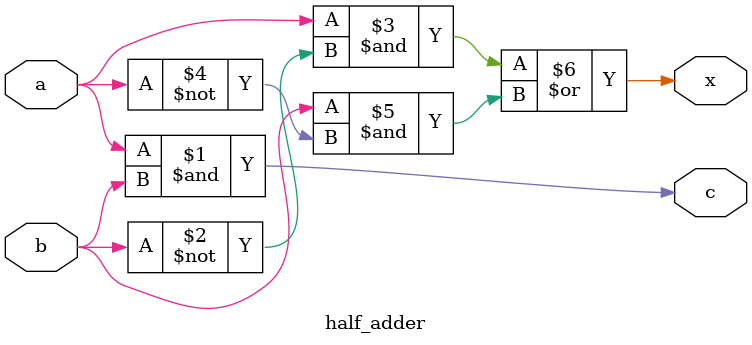
<source format=v>
module half_adder 
  (
   input a,
   input b,
   output c,
   output x) ;

   assign c = a & b;
   assign x = (a & ~b) | (b & ~a);
   
   
endmodule // half_adder

</source>
